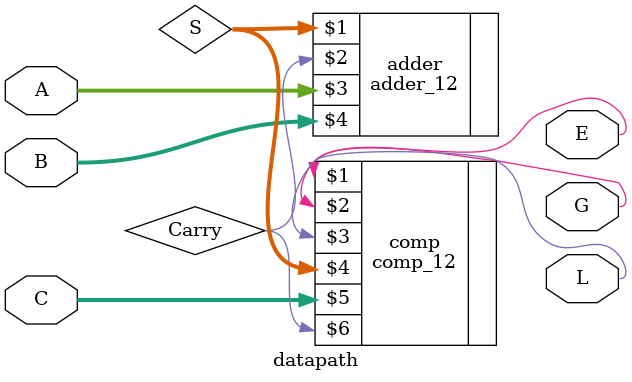
<source format=v>
/*************************************************
*	Sean Webster
*	ADSD - Summer 2016 - Martin Margala
*	Homework 3
*
*	datapath.v				
* 
*	datapath 12 bit adder + 12 bit comparator
*	A, B, C = inputs
*	A and B are added, 
*	Output S and Carry are generated, and fed 
*	into comparator with input C, which outputs
*	E[qual], G[reater than], or L[less than]
*	with A+B being the primary input, and C being
*	the numebr compared against
*	
**************************************************/
module datapath(E, G, L, A, B, C);
	output E, L, G;
	input [11:0] A, B, C;
	wire Carry;
	wire [11:0] S;


	adder_12 adder(S, Carry, A, B);
	comp_12 comp(E, G, L, S, C, Carry);

endmodule

</source>
